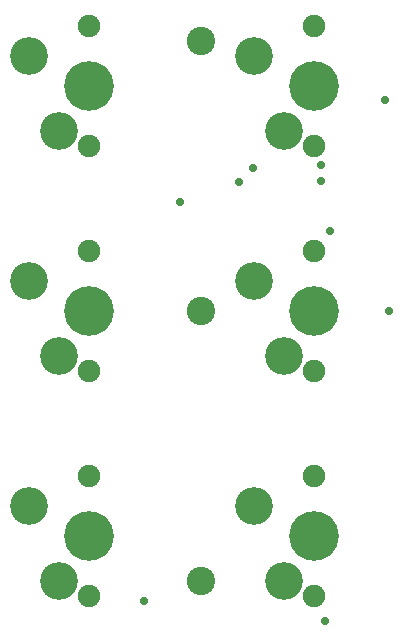
<source format=gts>
G04 EAGLE Gerber RS-274X export*
G75*
%MOMM*%
%FSLAX34Y34*%
%LPD*%
%INSoldermask Top*%
%IPPOS*%
%AMOC8*
5,1,8,0,0,1.08239X$1,22.5*%
G01*
G04 Define Apertures*
%ADD10C,2.403200*%
%ADD11C,3.203200*%
%ADD12C,4.203600*%
%ADD13C,1.903200*%
%ADD14C,0.705600*%
D10*
X0Y228600D03*
X0Y-228600D03*
X0Y0D03*
D11*
X-146050Y215900D03*
X-120650Y152400D03*
D12*
X-95250Y190500D03*
D13*
X-95250Y241300D03*
X-95250Y139700D03*
D11*
X-146050Y25400D03*
X-120650Y-38100D03*
D12*
X-95250Y0D03*
D13*
X-95250Y50800D03*
X-95250Y-50800D03*
D11*
X-146050Y-165100D03*
X-120650Y-228600D03*
D12*
X-95250Y-190500D03*
D13*
X-95250Y-139700D03*
X-95250Y-241300D03*
D11*
X44450Y215900D03*
X69850Y152400D03*
D12*
X95250Y190500D03*
D13*
X95250Y241300D03*
X95250Y139700D03*
D11*
X44450Y25400D03*
X69850Y-38100D03*
D12*
X95250Y0D03*
D13*
X95250Y50800D03*
X95250Y-50800D03*
D11*
X44450Y-165100D03*
X69850Y-228600D03*
D12*
X95250Y-190500D03*
D13*
X95250Y-139700D03*
X95250Y-241300D03*
D14*
X-17400Y92400D03*
X108900Y67900D03*
X32100Y109300D03*
X101400Y110300D03*
X101800Y124000D03*
X44300Y121500D03*
X-48300Y-245400D03*
X105300Y-261900D03*
X159500Y0D03*
X155400Y178500D03*
M02*

</source>
